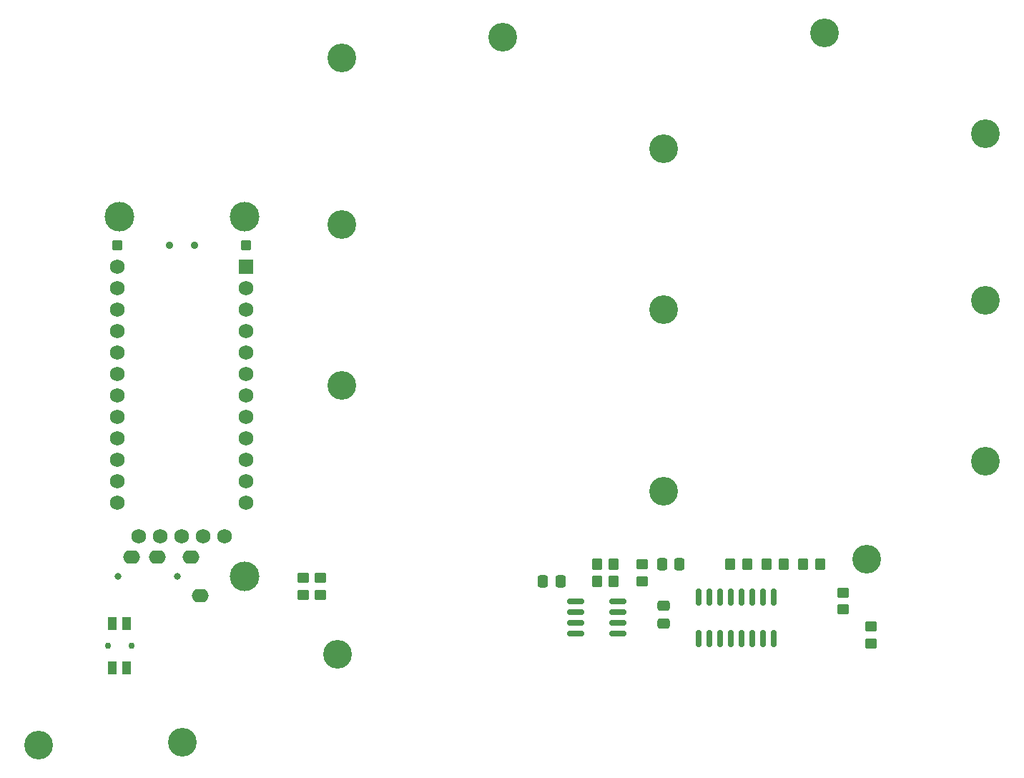
<source format=gts>
%TF.GenerationSoftware,KiCad,Pcbnew,7.0.7-2.fc38*%
%TF.CreationDate,2023-10-08T12:29:29+05:30*%
%TF.ProjectId,tako_left,74616b6f-5f6c-4656-9674-2e6b69636164,rev?*%
%TF.SameCoordinates,Original*%
%TF.FileFunction,Soldermask,Top*%
%TF.FilePolarity,Negative*%
%FSLAX46Y46*%
G04 Gerber Fmt 4.6, Leading zero omitted, Abs format (unit mm)*
G04 Created by KiCad (PCBNEW 7.0.7-2.fc38) date 2023-10-08 12:29:29*
%MOMM*%
%LPD*%
G01*
G04 APERTURE LIST*
G04 Aperture macros list*
%AMRoundRect*
0 Rectangle with rounded corners*
0 $1 Rounding radius*
0 $2 $3 $4 $5 $6 $7 $8 $9 X,Y pos of 4 corners*
0 Add a 4 corners polygon primitive as box body*
4,1,4,$2,$3,$4,$5,$6,$7,$8,$9,$2,$3,0*
0 Add four circle primitives for the rounded corners*
1,1,$1+$1,$2,$3*
1,1,$1+$1,$4,$5*
1,1,$1+$1,$6,$7*
1,1,$1+$1,$8,$9*
0 Add four rect primitives between the rounded corners*
20,1,$1+$1,$2,$3,$4,$5,0*
20,1,$1+$1,$4,$5,$6,$7,0*
20,1,$1+$1,$6,$7,$8,$9,0*
20,1,$1+$1,$8,$9,$2,$3,0*%
G04 Aperture macros list end*
%ADD10RoundRect,0.312500X-0.312500X-0.312500X0.312500X-0.312500X0.312500X0.312500X-0.312500X0.312500X0*%
%ADD11C,3.400000*%
%ADD12RoundRect,0.250000X0.350000X0.450000X-0.350000X0.450000X-0.350000X-0.450000X0.350000X-0.450000X0*%
%ADD13RoundRect,0.250000X-0.350000X-0.450000X0.350000X-0.450000X0.350000X0.450000X-0.350000X0.450000X0*%
%ADD14RoundRect,0.150000X0.825000X0.150000X-0.825000X0.150000X-0.825000X-0.150000X0.825000X-0.150000X0*%
%ADD15C,3.500000*%
%ADD16RoundRect,0.250000X0.450000X-0.350000X0.450000X0.350000X-0.450000X0.350000X-0.450000X-0.350000X0*%
%ADD17RoundRect,0.250000X0.475000X-0.337500X0.475000X0.337500X-0.475000X0.337500X-0.475000X-0.337500X0*%
%ADD18RoundRect,0.312500X0.312500X0.312500X-0.312500X0.312500X-0.312500X-0.312500X0.312500X-0.312500X0*%
%ADD19C,1.752600*%
%ADD20RoundRect,0.250000X0.337500X0.475000X-0.337500X0.475000X-0.337500X-0.475000X0.337500X-0.475000X0*%
%ADD21RoundRect,0.250000X-0.337500X-0.475000X0.337500X-0.475000X0.337500X0.475000X-0.337500X0.475000X0*%
%ADD22C,0.800000*%
%ADD23O,2.000000X1.600000*%
%ADD24C,0.750000*%
%ADD25R,1.000000X1.550000*%
%ADD26RoundRect,0.150000X-0.150000X0.825000X-0.150000X-0.825000X0.150000X-0.825000X0.150000X0.825000X0*%
%ADD27RoundRect,0.250000X-0.450000X0.350000X-0.450000X-0.350000X0.450000X-0.350000X0.450000X0.350000X0*%
%ADD28C,0.900000*%
%ADD29R,1.752600X1.752600*%
G04 APERTURE END LIST*
D10*
%TO.C,BAT_HOLE-101*%
X38155480Y-57819423D03*
%TD*%
D11*
%TO.C,H103*%
X140906339Y-83435489D03*
%TD*%
D12*
%TO.C,JP101*%
X96923373Y-95592136D03*
X94923373Y-95592136D03*
%TD*%
D13*
%TO.C,R107*%
X110741405Y-95592136D03*
X112741405Y-95592136D03*
%TD*%
D11*
%TO.C,H102*%
X140906350Y-64385490D03*
%TD*%
D14*
%TO.C,U103*%
X97398371Y-103842135D03*
X97398371Y-102572135D03*
X97398371Y-101302135D03*
X97398371Y-100032135D03*
X92448371Y-100032135D03*
X92448371Y-101302135D03*
X92448371Y-102572135D03*
X92448371Y-103842135D03*
%TD*%
D11*
%TO.C,H18*%
X45829990Y-116671093D03*
%TD*%
D13*
%TO.C,R109*%
X115057340Y-95592136D03*
X117057340Y-95592136D03*
%TD*%
D11*
%TO.C,H110*%
X64706339Y-35666056D03*
%TD*%
D15*
%TO.C,H115*%
X53181889Y-54480531D03*
%TD*%
D11*
%TO.C,H108*%
X102806338Y-86959989D03*
%TD*%
D16*
%TO.C,R105*%
X127410896Y-104957579D03*
X127410896Y-102957579D03*
%TD*%
D12*
%TO.C,R110*%
X96923372Y-97592136D03*
X94923372Y-97592136D03*
%TD*%
D17*
%TO.C,C102*%
X102839547Y-102579634D03*
X102839547Y-100504634D03*
%TD*%
D11*
%TO.C,H105*%
X126906338Y-94960499D03*
%TD*%
%TO.C,H112*%
X64706342Y-74434994D03*
%TD*%
D13*
%TO.C,R108*%
X119373278Y-95592134D03*
X121373278Y-95592134D03*
%TD*%
D11*
%TO.C,H113*%
X64247990Y-106243093D03*
%TD*%
D15*
%TO.C,H116*%
X38400564Y-54480077D03*
%TD*%
D11*
%TO.C,H104*%
X121856340Y-32666056D03*
%TD*%
%TO.C,H107*%
X102806347Y-65434996D03*
%TD*%
%TO.C,H114*%
X28851834Y-117014598D03*
%TD*%
D15*
%TO.C,H117*%
X53181888Y-97039423D03*
%TD*%
D16*
%TO.C,R111*%
X100323371Y-97592137D03*
X100323371Y-95592137D03*
%TD*%
D11*
%TO.C,H101*%
X140906345Y-44666058D03*
%TD*%
D18*
%TO.C,BAT_HOLE+101*%
X53428978Y-57819423D03*
%TD*%
D19*
%TO.C,DISP101*%
X40711557Y-92332635D03*
X43251557Y-92332635D03*
X45791557Y-92332635D03*
X48331557Y-92332635D03*
X50871557Y-92332635D03*
%TD*%
D20*
%TO.C,C101*%
X104723370Y-95592135D03*
X102648370Y-95592135D03*
%TD*%
D11*
%TO.C,H109*%
X83756337Y-33166058D03*
%TD*%
D21*
%TO.C,C103*%
X88552047Y-97592135D03*
X90627047Y-97592135D03*
%TD*%
D22*
%TO.C,J101*%
X38262468Y-97030596D03*
X45262468Y-97030596D03*
D23*
X47962468Y-99330596D03*
X39862468Y-94730596D03*
X42862468Y-94730596D03*
X46862468Y-94730596D03*
%TD*%
D24*
%TO.C,RSW101*%
X37062468Y-105230596D03*
X39812468Y-105230596D03*
D25*
X37587468Y-107855596D03*
X37587468Y-102605596D03*
X39287468Y-107855596D03*
X39287468Y-102605596D03*
%TD*%
D11*
%TO.C,H111*%
X64706336Y-55384996D03*
%TD*%
D26*
%TO.C,U102*%
X115868373Y-99462136D03*
X114598373Y-99462136D03*
X113328373Y-99462136D03*
X112058373Y-99462136D03*
X110788373Y-99462136D03*
X109518373Y-99462136D03*
X108248373Y-99462136D03*
X106978373Y-99462136D03*
X106978373Y-104412136D03*
X108248373Y-104412136D03*
X109518373Y-104412136D03*
X110788373Y-104412136D03*
X112058373Y-104412136D03*
X113328373Y-104412136D03*
X114598373Y-104412136D03*
X115868373Y-104412136D03*
%TD*%
D16*
%TO.C,R106*%
X124060895Y-100957580D03*
X124060895Y-98957580D03*
%TD*%
D27*
%TO.C,R104*%
X62158122Y-97216057D03*
X62158122Y-99216057D03*
%TD*%
%TO.C,R112*%
X60189965Y-97216057D03*
X60189965Y-99216057D03*
%TD*%
D11*
%TO.C,H106*%
X102806346Y-46384994D03*
%TD*%
D28*
%TO.C,PSW101*%
X44291307Y-57812135D03*
X47291307Y-57812135D03*
%TD*%
D29*
%TO.C,U101*%
X53411311Y-60373658D03*
D19*
X53411311Y-62913658D03*
X53411311Y-65453658D03*
X53411311Y-67993658D03*
X53411311Y-70533658D03*
X53411311Y-73073658D03*
X53411311Y-75613658D03*
X53411311Y-78153658D03*
X53411311Y-80693658D03*
X53411311Y-83233658D03*
X53411311Y-85773658D03*
X53411311Y-88313658D03*
X38171311Y-88313658D03*
X38171311Y-85773658D03*
X38171311Y-83233658D03*
X38171311Y-80693658D03*
X38171311Y-78153658D03*
X38171311Y-75613658D03*
X38171311Y-73073658D03*
X38171311Y-70533658D03*
X38171311Y-67993658D03*
X38171311Y-65453658D03*
X38171311Y-62913658D03*
X38171311Y-60373658D03*
%TD*%
M02*

</source>
